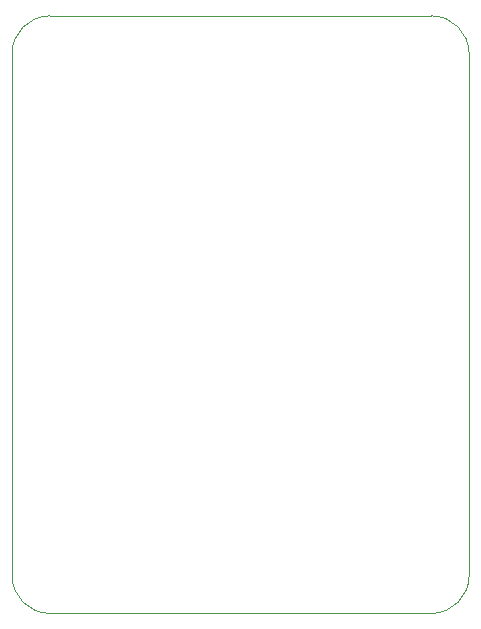
<source format=gm1>
G04 #@! TF.GenerationSoftware,KiCad,Pcbnew,(6.0.10)*
G04 #@! TF.CreationDate,2023-03-04T03:17:20-05:00*
G04 #@! TF.ProjectId,SmartWatch,536d6172-7457-4617-9463-682e6b696361,rev?*
G04 #@! TF.SameCoordinates,Original*
G04 #@! TF.FileFunction,Profile,NP*
%FSLAX46Y46*%
G04 Gerber Fmt 4.6, Leading zero omitted, Abs format (unit mm)*
G04 Created by KiCad (PCBNEW (6.0.10)) date 2023-03-04 03:17:20*
%MOMM*%
%LPD*%
G01*
G04 APERTURE LIST*
G04 #@! TA.AperFunction,Profile*
%ADD10C,0.100000*%
G04 #@! TD*
G04 APERTURE END LIST*
D10*
X103900000Y-110100000D02*
G75*
G03*
X107100000Y-106900000I0J3200000D01*
G01*
X71600000Y-59500000D02*
G75*
G03*
X68400000Y-62700000I0J-3200000D01*
G01*
X68400000Y-106900000D02*
X68400000Y-62700000D01*
X107100000Y-62700000D02*
G75*
G03*
X103900000Y-59500000I-3200000J0D01*
G01*
X71600000Y-59500000D02*
X103900000Y-59500000D01*
X68400000Y-106900000D02*
G75*
G03*
X71600000Y-110100000I3200000J0D01*
G01*
X103900000Y-110100000D02*
X71600000Y-110100000D01*
X107100000Y-62700000D02*
X107100000Y-106900000D01*
M02*

</source>
